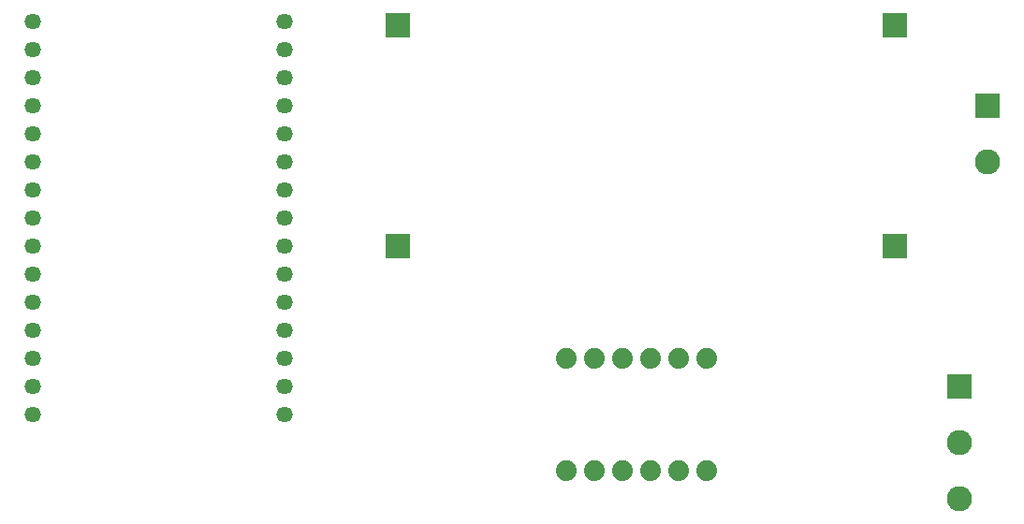
<source format=gbs>
G04 MADE WITH FRITZING*
G04 WWW.FRITZING.ORG*
G04 DOUBLE SIDED*
G04 HOLES PLATED*
G04 CONTOUR ON CENTER OF CONTOUR VECTOR*
%ASAXBY*%
%FSLAX23Y23*%
%MOIN*%
%OFA0B0*%
%SFA1.0B1.0*%
%ADD10C,0.057829*%
%ADD11C,0.088000*%
%ADD12C,0.074000*%
%ADD13C,0.090000*%
%ADD14R,0.090000X0.090000*%
%ADD15R,0.088000X0.088000*%
%LNMASK0*%
G90*
G70*
G54D10*
X1088Y1738D03*
X190Y1938D03*
X190Y1838D03*
X190Y1738D03*
X190Y1639D03*
X190Y1539D03*
X1088Y1838D03*
X1088Y1938D03*
X1088Y1639D03*
X190Y1439D03*
X190Y1339D03*
X190Y1239D03*
X190Y1139D03*
X190Y1039D03*
X190Y940D03*
X190Y840D03*
X190Y740D03*
X190Y640D03*
X190Y540D03*
X1088Y1239D03*
X1088Y1139D03*
X1088Y1039D03*
X1088Y940D03*
X1088Y840D03*
X1088Y740D03*
X1088Y640D03*
X1088Y540D03*
X1088Y1539D03*
X1088Y1439D03*
X1088Y1339D03*
G54D11*
X3262Y1139D03*
X3262Y1926D03*
X1490Y1139D03*
X1490Y1926D03*
G54D12*
X2490Y339D03*
X2390Y339D03*
X2290Y339D03*
X2190Y339D03*
X2090Y339D03*
X2090Y739D03*
X2190Y739D03*
X2290Y739D03*
X2390Y739D03*
X2490Y739D03*
X2590Y739D03*
X2590Y339D03*
G54D13*
X3590Y1639D03*
X3590Y1439D03*
X3490Y439D03*
X3490Y239D03*
X3490Y639D03*
G54D14*
X3261Y1926D03*
G54D15*
X3261Y1139D03*
X1490Y1139D03*
X1490Y1926D03*
G54D14*
X3590Y1639D03*
X3490Y639D03*
G04 End of Mask0*
M02*
</source>
